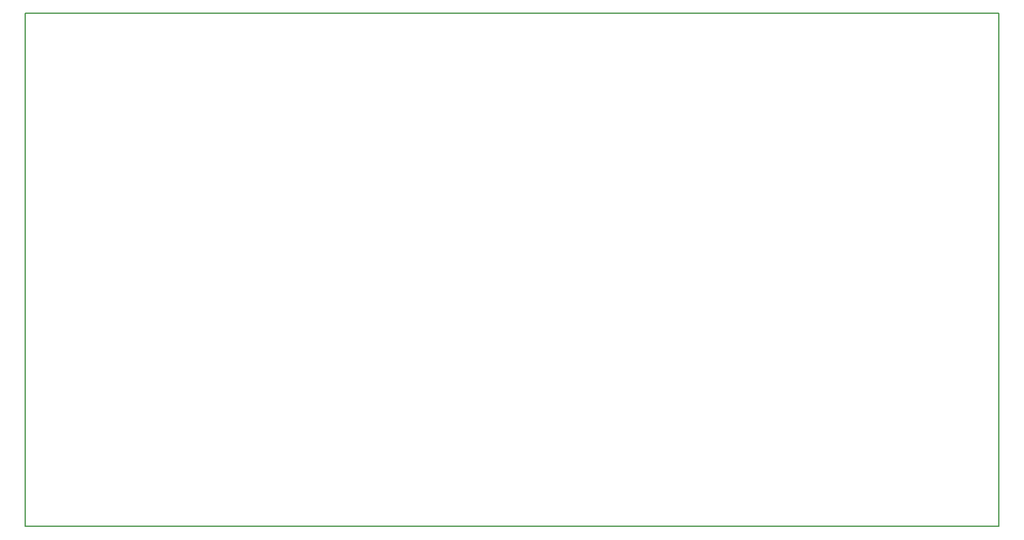
<source format=gbr>
G04 PROTEUS GERBER X2 FILE*
%TF.GenerationSoftware,Labcenter,Proteus,8.13-SP0-Build31525*%
%TF.CreationDate,2022-10-31T03:05:26+00:00*%
%TF.FileFunction,NonPlated,1,2,NPTH*%
%TF.FilePolarity,Positive*%
%TF.Part,Single*%
%TF.SameCoordinates,{c032f36a-8843-4a41-912d-e50223fc27ad}*%
%FSLAX45Y45*%
%MOMM*%
G01*
%TA.AperFunction,Profile*%
%ADD17C,0.203200*%
%TD.AperFunction*%
D17*
X-13750000Y+2750000D02*
X+0Y+2750000D01*
X+0Y+10000000D01*
X-13750000Y+10000000D01*
X-13750000Y+2750000D01*
M02*

</source>
